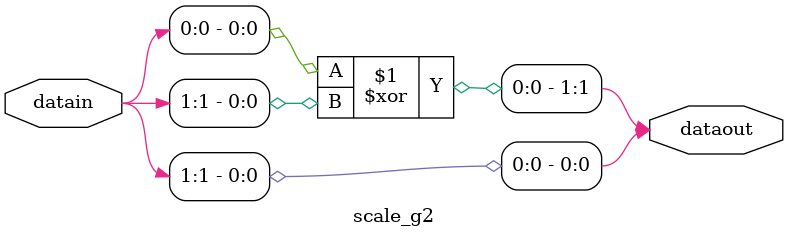
<source format=v>
module scale_g2(output wire[1:0]dataout,input wire[1:0]datain);
assign dataout[1]=datain[0] ^ datain[1];
assign dataout[0]=datain[1];
endmodule
</source>
